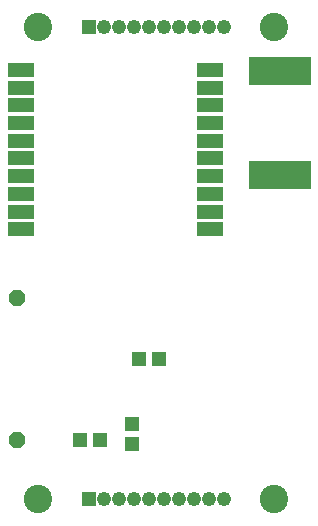
<source format=gbs>
G75*
G70*
%OFA0B0*%
%FSLAX24Y24*%
%IPPOS*%
%LPD*%
%AMOC8*
5,1,8,0,0,1.08239X$1,22.5*
%
%ADD10C,0.0946*%
%ADD11R,0.0867X0.0474*%
%ADD12R,0.0513X0.0474*%
%ADD13R,0.0474X0.0513*%
%ADD14R,0.0480X0.0480*%
%ADD15C,0.0480*%
%ADD16R,0.2080X0.0980*%
%ADD17OC8,0.0552*%
D10*
X004668Y003710D03*
X012542Y003710D03*
X012542Y019458D03*
X004668Y019458D03*
D11*
X004086Y018025D03*
X004086Y017435D03*
X004086Y016844D03*
X004086Y016254D03*
X004086Y015663D03*
X004086Y015072D03*
X004086Y014482D03*
X004086Y013891D03*
X004086Y013301D03*
X004086Y012710D03*
X010385Y012710D03*
X010385Y013301D03*
X010385Y013891D03*
X010385Y014482D03*
X010385Y015072D03*
X010385Y015663D03*
X010385Y016254D03*
X010385Y016844D03*
X010385Y017435D03*
X010385Y018025D03*
D12*
X007802Y006206D03*
X007802Y005537D03*
D13*
X006739Y005694D03*
X006070Y005694D03*
X008023Y008380D03*
X008692Y008380D03*
D14*
X006355Y003710D03*
X006355Y019458D03*
D15*
X006855Y019458D03*
X007355Y019458D03*
X007855Y019458D03*
X008355Y019458D03*
X008855Y019458D03*
X009355Y019458D03*
X009855Y019458D03*
X010355Y019458D03*
X010855Y019458D03*
X010855Y003710D03*
X010355Y003710D03*
X009855Y003710D03*
X009355Y003710D03*
X008855Y003710D03*
X008355Y003710D03*
X007855Y003710D03*
X007355Y003710D03*
X006855Y003710D03*
D16*
X012717Y014517D03*
X012717Y017997D03*
D17*
X003975Y010411D03*
X003975Y005687D03*
M02*

</source>
